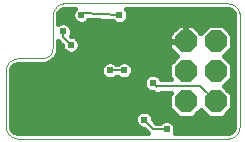
<source format=gbl>
G75*
G70*
%OFA0B0*%
%FSLAX24Y24*%
%IPPOS*%
%LPD*%
%AMOC8*
5,1,8,0,0,1.08239X$1,22.5*
%
%ADD10C,0.0000*%
%ADD11OC8,0.0740*%
%ADD12C,0.0160*%
%ADD13C,0.0238*%
%ADD14C,0.0120*%
%ADD15C,0.0080*%
D10*
X002267Y003074D02*
X009233Y003074D01*
X009271Y003076D01*
X009309Y003081D01*
X009347Y003090D01*
X009383Y003102D01*
X009418Y003118D01*
X009451Y003136D01*
X009483Y003158D01*
X009513Y003182D01*
X009540Y003209D01*
X009564Y003239D01*
X009586Y003271D01*
X009604Y003304D01*
X009620Y003339D01*
X009632Y003375D01*
X009641Y003413D01*
X009646Y003451D01*
X009648Y003489D01*
X009649Y003489D02*
X009649Y007163D01*
X009647Y007202D01*
X009642Y007240D01*
X009633Y007278D01*
X009621Y007314D01*
X009605Y007350D01*
X009586Y007384D01*
X009564Y007416D01*
X009540Y007445D01*
X009512Y007473D01*
X009483Y007497D01*
X009451Y007519D01*
X009417Y007538D01*
X009381Y007554D01*
X009345Y007566D01*
X009307Y007575D01*
X009269Y007580D01*
X009230Y007582D01*
X003814Y007582D01*
X003776Y007579D01*
X003738Y007573D01*
X003701Y007563D01*
X003665Y007550D01*
X003630Y007534D01*
X003597Y007514D01*
X003566Y007492D01*
X003537Y007467D01*
X003510Y007439D01*
X003486Y007409D01*
X003465Y007377D01*
X003447Y007343D01*
X003433Y007307D01*
X003421Y007270D01*
X003413Y007233D01*
X003409Y007195D01*
X003408Y007156D01*
X003408Y006095D01*
X003409Y006095D02*
X003407Y006059D01*
X003401Y006023D01*
X003392Y005989D01*
X003379Y005955D01*
X003363Y005923D01*
X003343Y005893D01*
X003321Y005865D01*
X003295Y005839D01*
X003267Y005817D01*
X003237Y005797D01*
X003205Y005781D01*
X003171Y005768D01*
X003137Y005759D01*
X003101Y005753D01*
X003065Y005751D01*
X002257Y005751D01*
X002220Y005749D01*
X002183Y005744D01*
X002146Y005736D01*
X002111Y005724D01*
X002077Y005709D01*
X002044Y005690D01*
X002014Y005669D01*
X001985Y005646D01*
X001958Y005619D01*
X001935Y005590D01*
X001914Y005560D01*
X001895Y005527D01*
X001880Y005493D01*
X001868Y005458D01*
X001860Y005421D01*
X001855Y005384D01*
X001853Y005347D01*
X001853Y003488D01*
X001855Y003450D01*
X001860Y003412D01*
X001869Y003375D01*
X001881Y003338D01*
X001896Y003303D01*
X001915Y003270D01*
X001937Y003239D01*
X001961Y003209D01*
X001988Y003182D01*
X002018Y003158D01*
X002049Y003136D01*
X002082Y003117D01*
X002117Y003102D01*
X002154Y003090D01*
X002191Y003081D01*
X002229Y003076D01*
X002267Y003074D01*
D11*
X007849Y004318D03*
X008849Y004318D03*
X008849Y005318D03*
X007849Y005318D03*
X007849Y006318D03*
X008849Y006318D03*
D12*
X009287Y005977D02*
X009469Y005977D01*
X009399Y006090D02*
X009399Y006546D01*
X009077Y006868D01*
X008621Y006868D01*
X008349Y006596D01*
X008077Y006868D01*
X007869Y006868D01*
X007869Y006338D01*
X007829Y006338D01*
X007829Y006298D01*
X007299Y006298D01*
X007299Y006090D01*
X007571Y005818D01*
X007299Y005546D01*
X007299Y005090D01*
X007344Y005046D01*
X007028Y005046D01*
X007008Y005093D01*
X006924Y005178D01*
X006814Y005223D01*
X006695Y005223D01*
X006585Y005178D01*
X006501Y005093D01*
X006456Y004984D01*
X006456Y004865D01*
X006501Y004755D01*
X006585Y004671D01*
X006695Y004625D01*
X006743Y004625D01*
X006762Y004606D01*
X006801Y004566D01*
X006984Y004566D01*
X007023Y004606D01*
X007359Y004606D01*
X007299Y004546D01*
X007299Y004090D01*
X007621Y003768D01*
X008077Y003768D01*
X008349Y004040D01*
X008621Y003768D01*
X009077Y003768D01*
X009399Y004090D01*
X009399Y004546D01*
X009127Y004818D01*
X009399Y005090D01*
X009399Y005546D01*
X009127Y005818D01*
X009399Y006090D01*
X009399Y006136D02*
X009469Y006136D01*
X009469Y006294D02*
X009399Y006294D01*
X009399Y006453D02*
X009469Y006453D01*
X009469Y006611D02*
X009333Y006611D01*
X009469Y006770D02*
X009175Y006770D01*
X009469Y006928D02*
X005788Y006928D01*
X005802Y006934D02*
X005886Y007018D01*
X005932Y007128D01*
X005932Y007247D01*
X005886Y007357D01*
X005842Y007402D01*
X009230Y007402D01*
X009277Y007397D01*
X009363Y007361D01*
X009428Y007296D01*
X009464Y007210D01*
X009469Y007163D01*
X009469Y003489D01*
X009464Y003443D01*
X009429Y003358D01*
X009364Y003293D01*
X009279Y003258D01*
X009233Y003254D01*
X007475Y003254D01*
X007507Y003329D01*
X007507Y003448D01*
X007461Y003558D01*
X007377Y003642D01*
X007267Y003688D01*
X007148Y003688D01*
X007038Y003642D01*
X007005Y003609D01*
X006866Y003609D01*
X006759Y003716D01*
X006759Y003763D01*
X006713Y003873D01*
X006629Y003957D01*
X006519Y004003D01*
X006400Y004003D01*
X006290Y003957D01*
X006206Y003873D01*
X006160Y003763D01*
X006160Y003644D01*
X006206Y003534D01*
X006290Y003450D01*
X006400Y003405D01*
X006447Y003405D01*
X006554Y003298D01*
X006598Y003254D01*
X002267Y003254D01*
X002221Y003258D01*
X002137Y003293D01*
X002073Y003358D01*
X002038Y003442D01*
X002033Y003488D01*
X002033Y005347D01*
X002038Y005391D01*
X002071Y005471D01*
X002133Y005533D01*
X002213Y005567D01*
X002257Y005571D01*
X003169Y005571D01*
X003361Y005651D01*
X003509Y005798D01*
X003588Y005990D01*
X003588Y006323D01*
X003672Y006240D01*
X003720Y006192D01*
X003720Y006144D01*
X003765Y006034D01*
X003849Y005950D01*
X003959Y005905D01*
X004078Y005905D01*
X004188Y005950D01*
X004272Y006034D01*
X004318Y006144D01*
X004318Y006263D01*
X004272Y006373D01*
X004188Y006457D01*
X004078Y006503D01*
X004031Y006503D01*
X004025Y006508D01*
X004062Y006597D01*
X004062Y006716D01*
X004016Y006826D01*
X003932Y006910D01*
X003822Y006955D01*
X003703Y006955D01*
X003593Y006910D01*
X003588Y006905D01*
X003588Y007084D01*
X003590Y007086D01*
X003588Y007158D01*
X003588Y007161D01*
X003592Y007206D01*
X003625Y007292D01*
X003688Y007359D01*
X003773Y007396D01*
X003818Y007402D01*
X004144Y007402D01*
X004119Y007377D01*
X004074Y007267D01*
X004074Y007148D01*
X004119Y007038D01*
X004204Y006954D01*
X004313Y006909D01*
X004432Y006909D01*
X004542Y006954D01*
X004606Y007017D01*
X005420Y006978D01*
X005463Y006934D01*
X005573Y006889D01*
X005692Y006889D01*
X005802Y006934D01*
X005915Y007087D02*
X009469Y007087D01*
X009449Y007245D02*
X005932Y007245D01*
X005477Y006928D02*
X004481Y006928D01*
X004265Y006928D02*
X003887Y006928D01*
X004039Y006770D02*
X007524Y006770D01*
X007621Y006868D02*
X007299Y006546D01*
X007299Y006338D01*
X007829Y006338D01*
X007829Y006868D01*
X007621Y006868D01*
X007829Y006770D02*
X007869Y006770D01*
X007869Y006611D02*
X007829Y006611D01*
X007829Y006453D02*
X007869Y006453D01*
X008175Y006770D02*
X008524Y006770D01*
X008365Y006611D02*
X008333Y006611D01*
X007570Y005819D02*
X003517Y005819D01*
X003509Y005798D02*
X003509Y005798D01*
X003371Y005660D02*
X007414Y005660D01*
X007299Y005502D02*
X006054Y005502D01*
X006044Y005527D02*
X005960Y005611D01*
X005850Y005656D01*
X005731Y005656D01*
X005621Y005611D01*
X005587Y005577D01*
X005521Y005577D01*
X005487Y005611D01*
X005377Y005656D01*
X005258Y005656D01*
X005148Y005611D01*
X005064Y005527D01*
X005019Y005417D01*
X005019Y005298D01*
X005064Y005188D01*
X005148Y005104D01*
X005258Y005058D01*
X005377Y005058D01*
X005487Y005104D01*
X005521Y005137D01*
X005587Y005137D01*
X005621Y005104D01*
X005731Y005058D01*
X005850Y005058D01*
X005960Y005104D01*
X006044Y005188D01*
X006089Y005298D01*
X006089Y005417D01*
X006044Y005527D01*
X006089Y005343D02*
X007299Y005343D01*
X007299Y005185D02*
X006906Y005185D01*
X006603Y005185D02*
X006041Y005185D01*
X006456Y004868D02*
X002033Y004868D01*
X002033Y005026D02*
X006474Y005026D01*
X006546Y004709D02*
X002033Y004709D01*
X002033Y004551D02*
X007305Y004551D01*
X007299Y004392D02*
X002033Y004392D01*
X002033Y004234D02*
X007299Y004234D01*
X007314Y004075D02*
X002033Y004075D01*
X002033Y003917D02*
X006250Y003917D01*
X006160Y003758D02*
X002033Y003758D01*
X002033Y003600D02*
X006179Y003600D01*
X006311Y003441D02*
X002038Y003441D01*
X002162Y003283D02*
X006569Y003283D01*
X006554Y003298D02*
X006554Y003298D01*
X006759Y003758D02*
X009469Y003758D01*
X009469Y003600D02*
X007419Y003600D01*
X007507Y003441D02*
X009463Y003441D01*
X009339Y003283D02*
X007487Y003283D01*
X007472Y003917D02*
X006669Y003917D01*
X008226Y003917D02*
X008472Y003917D01*
X009226Y003917D02*
X009469Y003917D01*
X009469Y004075D02*
X009385Y004075D01*
X009399Y004234D02*
X009469Y004234D01*
X009469Y004392D02*
X009399Y004392D01*
X009394Y004551D02*
X009469Y004551D01*
X009469Y004709D02*
X009235Y004709D01*
X009177Y004868D02*
X009469Y004868D01*
X009469Y005026D02*
X009336Y005026D01*
X009399Y005185D02*
X009469Y005185D01*
X009469Y005343D02*
X009399Y005343D01*
X009399Y005502D02*
X009469Y005502D01*
X009469Y005660D02*
X009284Y005660D01*
X009128Y005819D02*
X009469Y005819D01*
X007412Y005977D02*
X004215Y005977D01*
X004314Y006136D02*
X007299Y006136D01*
X007299Y006294D02*
X004305Y006294D01*
X004192Y006453D02*
X007299Y006453D01*
X007365Y006611D02*
X004062Y006611D01*
X003638Y006928D02*
X003588Y006928D01*
X003590Y007087D02*
X004099Y007087D01*
X004074Y007245D02*
X003607Y007245D01*
X003625Y007292D02*
X003625Y007292D01*
X003588Y006294D02*
X003617Y006294D01*
X003588Y006136D02*
X003723Y006136D01*
X003822Y005977D02*
X003583Y005977D01*
X003361Y005651D02*
X003361Y005651D01*
X002102Y005502D02*
X005054Y005502D01*
X005019Y005343D02*
X002033Y005343D01*
X002033Y005185D02*
X005067Y005185D01*
D13*
X005318Y005357D03*
X005790Y005357D03*
X006164Y005042D03*
X006755Y004924D03*
X006460Y003704D03*
X007208Y003389D03*
X004767Y005672D03*
X005357Y006184D03*
X005751Y006184D03*
X006145Y006184D03*
X005633Y007188D03*
X004373Y007208D03*
X003763Y006656D03*
X004019Y006204D03*
D14*
X004747Y005711D02*
X004786Y005672D01*
X004767Y005672D02*
X004747Y005711D01*
D15*
X005318Y005357D02*
X005790Y005357D01*
X006164Y005042D02*
X006164Y004865D01*
X006755Y004924D02*
X006853Y004826D01*
X008341Y004826D01*
X008849Y004318D01*
X007208Y003389D02*
X006774Y003389D01*
X006460Y003704D01*
X006893Y004786D02*
X006755Y004924D01*
X005633Y007188D02*
X004412Y007247D01*
X004373Y007208D01*
X003763Y006656D02*
X003763Y006460D01*
X004019Y006204D01*
M02*

</source>
